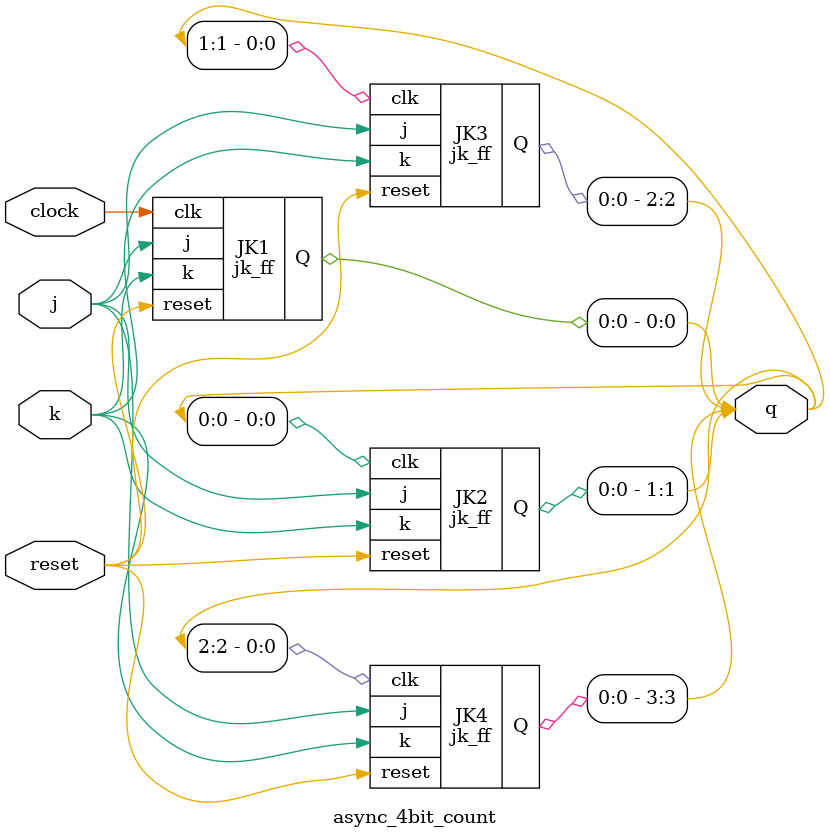
<source format=v>
module jk_ff(j,k,clk,reset,Q);
input j,k,clk,reset;
output reg Q;
    always@(negedge clk)
          begin
            if(reset)
            Q <= 1'b0;
            else  begin
                  case({j,k})
                  2'b00: Q<= Q;
                  2'b01: Q<= 1'b0;
                  2'b10: Q<= 1'b1;
                  2'b11: Q<= ~Q;
                  default:begin end
                  endcase
         end          
end
endmodule

module async_4bit_count(j,k,clock,reset,q);
input j,k;
input clock,reset;
output [3:0]q;
jk_ff JK1(j,k,clock,reset,q[0]);
jk_ff JK2(j,k,q[0],reset,q[1]);
jk_ff JK3(j,k,q[1],reset,q[2]);
jk_ff JK4(j,k,q[2],reset,q[3]);
endmodule

</source>
